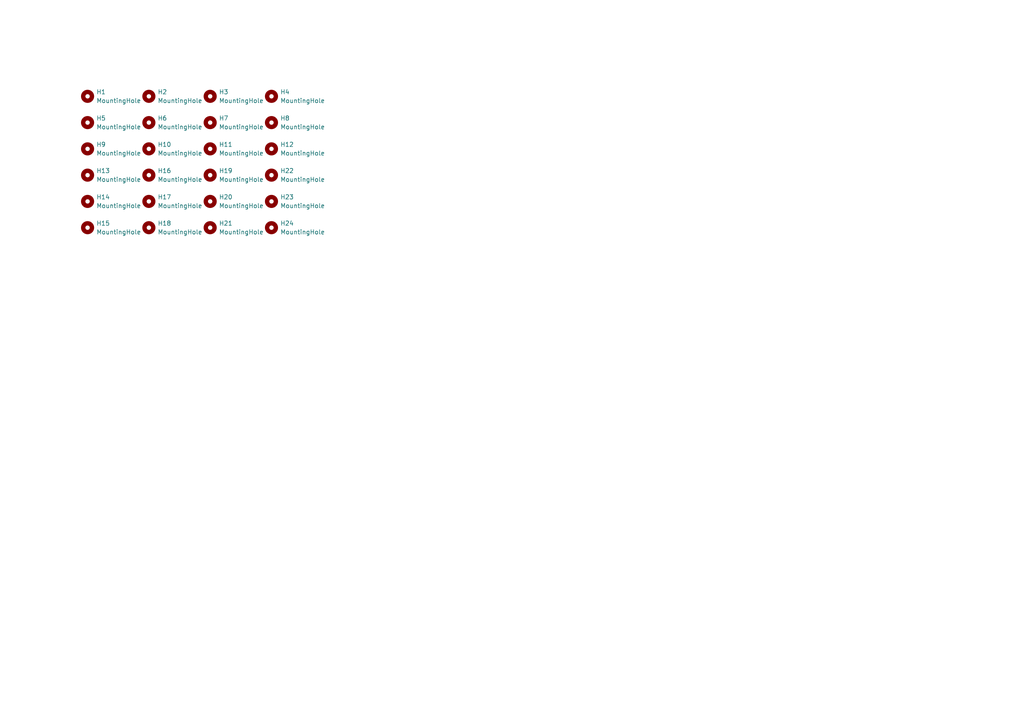
<source format=kicad_sch>
(kicad_sch (version 20230121) (generator eeschema)
  (paper "A4")
  (lib_symbols
    (symbol "Mechanical:MountingHole" (pin_names (offset 1.016))
      (property "Reference" "H" (at 0 5.08 0))
      (property "Value" "MountingHole" (at 0 3.175 0))
      (symbol "MountingHole_0_1"
        (circle (center 0 0) (radius 1.27) (stroke (width 1.27)))
      )
    )
  )
  (symbol (lib_id "Mechanical:MountingHole") (at 78.74 66.04 0) (unit 1)
    (property "Reference" "H24" (at 81.28 64.77 0) (effects (justify left)))
    (property "Value" "MountingHole" (at 81.28 67.31 0) (effects (justify left)))
    (property "Footprint" "MountingHole:MountingHole_2.7mm_M2.5_ISO14580" (effects hide))
  )
  (symbol (lib_id "Mechanical:MountingHole") (at 43.18 27.94 0) (unit 1)
    (property "Reference" "H2" (at 45.72 26.67 0) (effects (justify left)))
    (property "Value" "MountingHole" (at 45.72 29.21 0) (effects (justify left)))
    (property "Footprint" "MountingHole:MountingHole_2.7mm_M2.5_ISO14580" (effects hide))
  )
  (symbol (lib_id "Mechanical:MountingHole") (at 60.96 58.42 0) (unit 1)
    (property "Reference" "H20" (at 63.5 57.15 0) (effects (justify left)))
    (property "Value" "MountingHole" (at 63.5 59.69 0) (effects (justify left)))
    (property "Footprint" "MountingHole:MountingHole_2.7mm_M2.5_ISO14580" (effects hide))
  )
  (symbol (lib_id "Mechanical:MountingHole") (at 78.74 58.42 0) (unit 1)
    (property "Reference" "H23" (at 81.28 57.15 0) (effects (justify left)))
    (property "Value" "MountingHole" (at 81.28 59.69 0) (effects (justify left)))
    (property "Footprint" "MountingHole:MountingHole_2.7mm_M2.5_ISO14580" (effects hide))
  )
  (symbol (lib_id "Mechanical:MountingHole") (at 60.96 50.8 0) (unit 1)
    (property "Reference" "H19" (at 63.5 49.53 0) (effects (justify left)))
    (property "Value" "MountingHole" (at 63.5 52.07 0) (effects (justify left)))
    (property "Footprint" "MountingHole:MountingHole_2.7mm_M2.5_ISO14580" (effects hide))
  )
  (symbol (lib_id "Mechanical:MountingHole") (at 43.18 50.8 0) (unit 1)
    (property "Reference" "H16" (at 45.72 49.53 0) (effects (justify left)))
    (property "Value" "MountingHole" (at 45.72 52.07 0) (effects (justify left)))
    (property "Footprint" "MountingHole:MountingHole_2.7mm_M2.5_ISO14580" (effects hide))
  )
  (symbol (lib_id "Mechanical:MountingHole") (at 60.96 35.56 0) (unit 1)
    (property "Reference" "H7" (at 63.5 34.29 0) (effects (justify left)))
    (property "Value" "MountingHole" (at 63.5 36.83 0) (effects (justify left)))
    (property "Footprint" "MountingHole:MountingHole_2.7mm_M2.5_ISO14580" (effects hide))
  )
  (symbol (lib_id "Mechanical:MountingHole") (at 43.18 58.42 0) (unit 1)
    (property "Reference" "H17" (at 45.72 57.15 0) (effects (justify left)))
    (property "Value" "MountingHole" (at 45.72 59.69 0) (effects (justify left)))
    (property "Footprint" "MountingHole:MountingHole_2.7mm_M2.5_ISO14580" (effects hide))
  )
  (symbol (lib_id "Mechanical:MountingHole") (at 78.74 50.8 0) (unit 1)
    (property "Reference" "H22" (at 81.28 49.53 0) (effects (justify left)))
    (property "Value" "MountingHole" (at 81.28 52.07 0) (effects (justify left)))
    (property "Footprint" "MountingHole:MountingHole_2.7mm_M2.5_ISO14580" (effects hide))
  )
  (symbol (lib_id "Mechanical:MountingHole") (at 43.18 66.04 0) (unit 1)
    (property "Reference" "H18" (at 45.72 64.77 0) (effects (justify left)))
    (property "Value" "MountingHole" (at 45.72 67.31 0) (effects (justify left)))
    (property "Footprint" "MountingHole:MountingHole_2.7mm_M2.5_ISO14580" (effects hide))
  )
  (symbol (lib_id "Mechanical:MountingHole") (at 25.4 27.94 0) (unit 1)
    (property "Reference" "H1" (at 27.94 26.67 0) (effects (justify left)))
    (property "Value" "MountingHole" (at 27.94 29.21 0) (effects (justify left)))
    (property "Footprint" "MountingHole:MountingHole_2.7mm_M2.5_ISO14580" (effects hide))
  )
  (symbol (lib_id "Mechanical:MountingHole") (at 43.18 35.56 0) (unit 1)
    (property "Reference" "H6" (at 45.72 34.29 0) (effects (justify left)))
    (property "Value" "MountingHole" (at 45.72 36.83 0) (effects (justify left)))
    (property "Footprint" "MountingHole:MountingHole_2.7mm_M2.5_ISO14580" (effects hide))
  )
  (symbol (lib_id "Mechanical:MountingHole") (at 60.96 43.18 0) (unit 1)
    (property "Reference" "H11" (at 63.5 41.91 0) (effects (justify left)))
    (property "Value" "MountingHole" (at 63.5 44.45 0) (effects (justify left)))
    (property "Footprint" "MountingHole:MountingHole_2.7mm_M2.5_ISO14580" (effects hide))
  )
  (symbol (lib_id "Mechanical:MountingHole") (at 43.18 43.18 0) (unit 1)
    (property "Reference" "H10" (at 45.72 41.91 0) (effects (justify left)))
    (property "Value" "MountingHole" (at 45.72 44.45 0) (effects (justify left)))
    (property "Footprint" "MountingHole:MountingHole_2.7mm_M2.5_ISO14580" (effects hide))
  )
  (symbol (lib_id "Mechanical:MountingHole") (at 60.96 27.94 0) (unit 1)
    (property "Reference" "H3" (at 63.5 26.67 0) (effects (justify left)))
    (property "Value" "MountingHole" (at 63.5 29.21 0) (effects (justify left)))
    (property "Footprint" "MountingHole:MountingHole_2.7mm_M2.5_ISO14580" (effects hide))
  )
  (symbol (lib_id "Mechanical:MountingHole") (at 25.4 50.8 0) (unit 1)
    (property "Reference" "H13" (at 27.94 49.53 0) (effects (justify left)))
    (property "Value" "MountingHole" (at 27.94 52.07 0) (effects (justify left)))
    (property "Footprint" "MountingHole:MountingHole_2.7mm_M2.5_ISO14580" (effects hide))
  )
  (symbol (lib_id "Mechanical:MountingHole") (at 25.4 35.56 0) (unit 1)
    (property "Reference" "H5" (at 27.94 34.29 0) (effects (justify left)))
    (property "Value" "MountingHole" (at 27.94 36.83 0) (effects (justify left)))
    (property "Footprint" "MountingHole:MountingHole_2.7mm_M2.5_ISO14580" (effects hide))
  )
  (symbol (lib_id "Mechanical:MountingHole") (at 25.4 58.42 0) (unit 1)
    (property "Reference" "H14" (at 27.94 57.15 0) (effects (justify left)))
    (property "Value" "MountingHole" (at 27.94 59.69 0) (effects (justify left)))
    (property "Footprint" "MountingHole:MountingHole_2.7mm_M2.5_ISO14580" (effects hide))
  )
  (symbol (lib_id "Mechanical:MountingHole") (at 78.74 35.56 0) (unit 1)
    (property "Reference" "H8" (at 81.28 34.29 0) (effects (justify left)))
    (property "Value" "MountingHole" (at 81.28 36.83 0) (effects (justify left)))
    (property "Footprint" "MountingHole:MountingHole_2.7mm_M2.5_ISO14580" (effects hide))
  )
  (symbol (lib_id "Mechanical:MountingHole") (at 60.96 66.04 0) (unit 1)
    (property "Reference" "H21" (at 63.5 64.77 0) (effects (justify left)))
    (property "Value" "MountingHole" (at 63.5 67.31 0) (effects (justify left)))
    (property "Footprint" "MountingHole:MountingHole_2.7mm_M2.5_ISO14580" (effects hide))
  )
  (symbol (lib_id "Mechanical:MountingHole") (at 78.74 27.94 0) (unit 1)
    (property "Reference" "H4" (at 81.28 26.67 0) (effects (justify left)))
    (property "Value" "MountingHole" (at 81.28 29.21 0) (effects (justify left)))
    (property "Footprint" "MountingHole:MountingHole_2.7mm_M2.5_ISO14580" (effects hide))
  )
  (symbol (lib_id "Mechanical:MountingHole") (at 25.4 43.18 0) (unit 1)
    (property "Reference" "H9" (at 27.94 41.91 0) (effects (justify left)))
    (property "Value" "MountingHole" (at 27.94 44.45 0) (effects (justify left)))
    (property "Footprint" "MountingHole:MountingHole_2.7mm_M2.5_ISO14580" (effects hide))
  )
  (symbol (lib_id "Mechanical:MountingHole") (at 25.4 66.04 0) (unit 1)
    (property "Reference" "H15" (at 27.94 64.77 0) (effects (justify left)))
    (property "Value" "MountingHole" (at 27.94 67.31 0) (effects (justify left)))
    (property "Footprint" "MountingHole:MountingHole_2.7mm_M2.5_ISO14580" (effects hide))
  )
  (symbol (lib_id "Mechanical:MountingHole") (at 78.74 43.18 0) (unit 1)
    (property "Reference" "H12" (at 81.28 41.91 0) (effects (justify left)))
    (property "Value" "MountingHole" (at 81.28 44.45 0) (effects (justify left)))
    (property "Footprint" "MountingHole:MountingHole_2.7mm_M2.5_ISO14580" (effects hide))
  )
)
</source>
